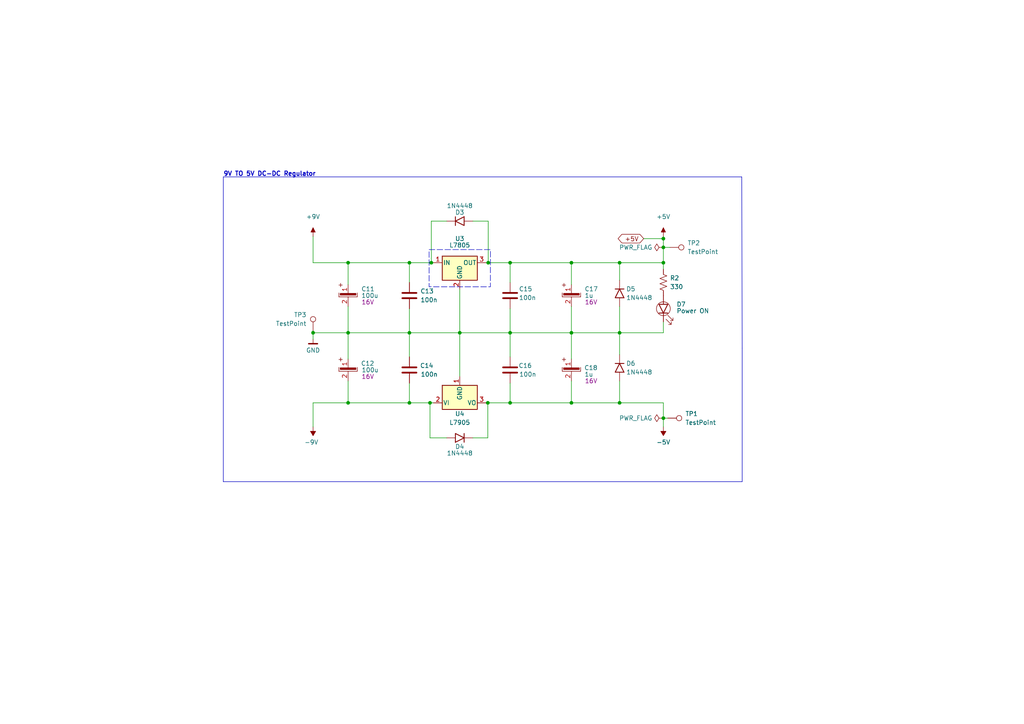
<source format=kicad_sch>
(kicad_sch (version 20230121) (generator eeschema)
  (paper "A4")
  (title_block (title "Uređaj za merenje efektivne vrednosti AC napona") (date "2024-01-19") (rev "2") (company "Srđan Milkić") (comment 4 "Bipolarno napajanje za 5V"))
  (lib_symbols
    (symbol "Cap_pol_1"
      (property "Reference" "C" (at 1.27 5.715 0))
      (property "Value" "Cap_pol_1" (at 4.445 3.81 0))
      (symbol "Cap_pol_1_0_1"
        (polyline (pts (xy -2.667 -0.381) (xy -2.667 0.762)))
        (polyline (pts (xy -2.667 3.048) (xy -1.651 3.048)))
        (polyline (pts (xy -2.159 3.556) (xy -2.159 2.54)))
        (polyline (pts (xy 0 -0.381) (xy -2.667 -0.381)))
        (polyline (pts (xy 0 -0.381) (xy 2.667 -0.381)))
        (polyline (pts (xy 2.667 -0.381) (xy 2.667 0.762)))
        (rectangle (start 2.286 0.635) (end -2.286 0.127) (fill (type outline)))
      )
      (symbol "Cap_pol_1_1_1"
        (pin input line (at 0 3.175 270) (length 2.794) (name "~") (number "1"))
        (pin input line (at 0 -3.175 90) (length 2.794) (name "~") (number "2"))
      )
    )
    (symbol "Cap_pol_2"
      (property "Reference" "C" (at 1.27 5.715 0))
      (property "Value" "Cap_pol_2" (at 4.445 3.81 0))
      (symbol "Cap_pol_2_0_1"
        (polyline (pts (xy -2.667 -0.381) (xy -2.667 0.762)))
        (polyline (pts (xy -2.667 3.048) (xy -1.651 3.048)))
        (polyline (pts (xy -2.159 3.556) (xy -2.159 2.54)))
        (polyline (pts (xy 0 -0.381) (xy -2.667 -0.381)))
        (polyline (pts (xy 0 -0.381) (xy 2.667 -0.381)))
        (polyline (pts (xy 2.667 -0.381) (xy 2.667 0.762)))
        (rectangle (start 2.286 0.635) (end -2.286 0.127) (fill (type outline)))
      )
      (symbol "Cap_pol_2_1_1"
        (pin input line (at 0 3.175 270) (length 2.794) (name "~") (number "1"))
        (pin input line (at 0 -3.175 90) (length 2.794) (name "~") (number "2"))
      )
    )
    (symbol "Connector:TestPoint" (pin_numbers hide) (pin_names (offset 0.762) hide)
      (property "Reference" "TP" (at 0 6.858 0))
      (property "Value" "TestPoint" (at 0 5.08 0))
      (symbol "TestPoint_0_1"
        (circle (center 0 3.302) (radius 0.762))
      )
      (symbol "TestPoint_1_1"
        (pin passive line (at 0 0 90) (length 2.54) (name "1") (number "1"))
      )
    )
    (symbol "Device:C" (pin_numbers hide) (pin_names (offset 0.254))
      (property "Reference" "C" (at 0.635 2.54 0))
      (property "Value" "C" (at 0.635 -2.54 0))
      (symbol "C_0_1"
        (polyline (pts (xy -2.032 -0.762) (xy 2.032 -0.762)) (stroke (width 0.508)))
        (polyline (pts (xy -2.032 0.762) (xy 2.032 0.762)) (stroke (width 0.508)))
      )
      (symbol "C_1_1"
        (pin passive line (at 0 3.81 270) (length 2.794) (name "~") (number "1"))
        (pin passive line (at 0 -3.81 90) (length 2.794) (name "~") (number "2"))
      )
    )
    (symbol "Device:LED" (pin_numbers hide) (pin_names (offset 1.016) hide)
      (property "Reference" "D4" (at 1.27 5.715 0))
      (property "Value" "Green" (at 2.54 3.81 0))
      (symbol "LED_0_1"
        (polyline (pts (xy -1.27 -1.27) (xy -1.27 1.27)) (stroke (width 0.254)))
        (polyline (pts (xy 1.27 -1.27) (xy 1.27 1.27) (xy -1.27 0) (xy 1.27 -1.27)) (stroke (width 0.254)))
        (polyline (pts (xy -3.048 -0.762) (xy -4.572 -2.286) (xy -3.81 -2.286) (xy -4.572 -2.286) (xy -4.572 -1.524)))
        (polyline (pts (xy -1.905 -1.27) (xy -3.429 -2.794) (xy -2.667 -2.794) (xy -3.429 -2.794) (xy -3.429 -2.032)))
        (circle (center 0 0) (radius 2.008))
      )
      (symbol "LED_1_1"
        (pin passive line (at -3.81 0 0) (length 2.54) (name "K") (number "1"))
        (pin passive line (at 3.81 0 180) (length 2.54) (name "A") (number "2"))
      )
    )
    (symbol "Device:R_US" (pin_numbers hide) (pin_names (offset 0))
      (property "Reference" "R" (at 2.54 0 90))
      (property "Value" "R_US" (at -2.54 0 90))
      (symbol "R_US_0_1"
        (polyline (pts (xy 0 -2.286) (xy 0 -2.54)))
        (polyline (pts (xy 0 2.286) (xy 0 2.54)))
        (polyline (pts (xy 0 -0.762) (xy 1.016 -1.143) (xy 0 -1.524) (xy -1.016 -1.905) (xy 0 -2.286)))
        (polyline (pts (xy 0 0.762) (xy 1.016 0.381) (xy 0 0) (xy -1.016 -0.381) (xy 0 -0.762)))
        (polyline (pts (xy 0 2.286) (xy 1.016 1.905) (xy 0 1.524) (xy -1.016 1.143) (xy 0 0.762)))
      )
      (symbol "R_US_1_1"
        (pin passive line (at 0 3.81 270) (length 1.27) (name "~") (number "1"))
        (pin passive line (at 0 -3.81 90) (length 1.27) (name "~") (number "2"))
      )
    )
    (symbol "Diode:1N4448" (pin_numbers hide) (pin_names hide)
      (property "Reference" "D3" (at 0 6.985 0))
      (property "Value" "1N4448" (at 0 4.445 0))
      (symbol "1N4448_0_1"
        (polyline (pts (xy -1.27 1.27) (xy -1.27 -1.27)) (stroke (width 0.254)))
        (polyline (pts (xy 1.27 1.27) (xy 1.27 -1.27) (xy -1.27 0) (xy 1.27 1.27)) (stroke (width 0.254)))
      )
      (symbol "1N4448_1_1"
        (pin passive line (at -3.81 0 0) (length 2.54) (name "K") (number "1"))
        (pin passive line (at 3.81 0 180) (length 2.54) (name "A") (number "2"))
      )
    )
    (symbol "PRIUMS_STANDARD:Cap_pol"
      (property "Reference" "C" (at 1.27 5.715 0))
      (property "Value" "Cap_pol" (at 4.445 3.81 0))
      (symbol "Cap_pol_0_1"
        (polyline (pts (xy -2.667 -0.381) (xy -2.667 0.762)))
        (polyline (pts (xy -2.667 3.048) (xy -1.651 3.048)))
        (polyline (pts (xy -2.159 3.556) (xy -2.159 2.54)))
        (polyline (pts (xy 0 -0.381) (xy -2.667 -0.381)))
        (polyline (pts (xy 0 -0.381) (xy 2.667 -0.381)))
        (polyline (pts (xy 2.667 -0.381) (xy 2.667 0.762)))
        (rectangle (start 2.286 0.635) (end -2.286 0.127) (fill (type outline)))
      )
      (symbol "Cap_pol_1_1"
        (pin input line (at 0 3.175 270) (length 2.794) (name "~") (number "1"))
        (pin input line (at 0 -3.175 90) (length 2.794) (name "~") (number "2"))
      )
    )
    (symbol "Regulator_Linear:L7805" (pin_names (offset 0.254))
      (property "Reference" "U" (at -3.81 3.175 0))
      (property "Value" "L7805" (at 0 3.175 0))
      (symbol "L7805_0_1"
        (rectangle (start -5.08 1.905) (end 5.08 -5.08) (stroke (width 0.254)) (fill (type background)))
      )
      (symbol "L7805_1_1"
        (pin power_in line (at -7.62 0 0) (length 2.54) (name "IN") (number "1"))
        (pin power_in line (at 0 -7.62 90) (length 2.54) (name "GND") (number "2"))
        (pin power_out line (at 7.62 0 180) (length 2.54) (name "OUT") (number "3"))
      )
    )
    (symbol "Regulator_Linear:L7905" (pin_names (offset 0.254))
      (property "Reference" "U" (at -3.81 -3.175 0))
      (property "Value" "L7905" (at 0 -3.175 0))
      (symbol "L7905_0_1"
        (rectangle (start -5.08 5.08) (end 5.08 -1.905) (stroke (width 0.254)) (fill (type background)))
      )
      (symbol "L7905_1_1"
        (pin power_in line (at 0 7.62 270) (length 2.54) (name "GND") (number "1"))
        (pin power_in line (at -7.62 0 0) (length 2.54) (name "VI") (number "2"))
        (pin power_out line (at 7.62 0 180) (length 2.54) (name "VO") (number "3"))
      )
    )
    (symbol "power:+5V" (power) (pin_names (offset 0))
      (property "Value" "+5V" (at 0 5.715 0))
      (symbol "+5V_0_1"
        (polyline (pts (xy 0 0) (xy 0 2.54)))
        (polyline (pts (xy 0 1.27) (xy 0.635 1.27) (xy 0 2.54) (xy -0.635 1.27) (xy 0 1.27)) (fill (type outline)))
      )
      (symbol "+5V_1_1"
        (pin power_in line (at 0 0 90) (length 0) hide (name "+5V") (number "1"))
      )
    )
    (symbol "power:+9V" (power) (pin_names (offset 0))
      (property "Value" "+9V" (at 0 5.715 0))
      (symbol "+9V_0_1"
        (polyline (pts (xy 0 0) (xy 0 2.54)))
        (polyline (pts (xy 0.635 1.27) (xy -0.635 1.27) (xy 0 2.54) (xy 0.635 1.27)) (fill (type outline)))
      )
      (symbol "+9V_1_1"
        (pin power_in line (at 0 0 90) (length 0) hide (name "+9V") (number "1"))
      )
    )
    (symbol "power:-5V" (power) (pin_names (offset 0))
      (property "Value" "-5V" (at 0 3.81 0))
      (symbol "-5V_0_0"
        (pin power_in line (at 0 0 90) (length 0) hide (name "-5V") (number "1"))
      )
      (symbol "-5V_0_1"
        (polyline (pts (xy 0 0) (xy 0 1.27) (xy 0.762 1.27) (xy 0 2.54) (xy -0.762 1.27) (xy 0 1.27)) (fill (type outline)))
      )
    )
    (symbol "power:-9V" (power) (pin_names (offset 0))
      (property "Value" "-9V" (at 0 3.81 0))
      (symbol "-9V_0_1"
        (polyline (pts (xy 0 0) (xy 0 2.54)))
        (polyline (pts (xy 0.762 1.27) (xy -0.762 1.27) (xy 0 2.54) (xy 0.762 1.27)) (fill (type outline)))
      )
      (symbol "-9V_1_1"
        (pin power_in line (at 0 0 90) (length 0) hide (name "-9V") (number "1"))
      )
    )
    (symbol "power:PWR_FLAG" (power) (pin_numbers hide) (pin_names (offset 0) hide)
      (property "Value" "PWR_FLAG" (at 0 3.81 0))
      (symbol "PWR_FLAG_0_0"
        (pin power_out line (at 0 0 90) (length 0) (name "pwr") (number "1"))
      )
      (symbol "PWR_FLAG_0_1"
        (polyline (pts (xy 0 0) (xy 0 1.27) (xy -1.016 1.905) (xy 0 2.54) (xy 1.016 1.905) (xy 0 1.27)))
      )
    )
    (symbol "priums:GND"
      (property "Value" "GND" (at 0 -2.794 0))
      (symbol "GND_0_1"
        (polyline (pts (xy -1.27 -1.27) (xy 1.27 -1.27)) (stroke (width 0.4)))
        (polyline (pts (xy 0 -1.27) (xy 0 0)))
      )
      (symbol "GND_1_1"
        (pin power_in line (at 0 0 270) (length 0) hide (name "GND") (number "1"))
      )
    )
  )
  (junction (at 100.965 76.2))
  (junction (at 141.605 76.2))
  (junction (at 118.745 76.2))
  (junction (at 165.735 76.2))
  (junction (at 179.705 96.52))
  (junction (at 192.405 76.2))
  (junction (at 147.955 76.2))
  (junction (at 90.805 96.52))
  (junction (at 125.095 76.2))
  (junction (at 179.705 116.84))
  (junction (at 179.705 76.2))
  (junction (at 124.7181 116.84))
  (junction (at 100.965 96.52))
  (junction (at 118.745 116.84))
  (junction (at 192.405 121.285))
  (junction (at 192.405 71.755))
  (junction (at 165.735 96.52))
  (junction (at 118.745 96.52))
  (junction (at 100.965 116.84))
  (junction (at 147.955 96.52))
  (junction (at 141.4847 116.84))
  (junction (at 192.405 69.215))
  (junction (at 165.735 116.84))
  (junction (at 147.955 116.84))
  (junction (at 133.35 96.52))
  (wire (pts (xy 179.705 116.84) (xy 192.405 116.84)))
  (wire (pts (xy 179.705 110.49) (xy 179.705 116.84)))
  (polyline (pts (xy 64.77 139.7) (xy 64.77 51.308)) (stroke (width 0) (type solid)))
  (polyline (pts (xy 215.138 51.308) (xy 215.265 100.965)) (stroke (width 0) (type solid)))
  (wire (pts (xy 147.955 76.2) (xy 147.955 81.915)))
  (wire (pts (xy 90.805 76.2) (xy 100.965 76.2)))
  (wire (pts (xy 118.745 96.52) (xy 133.35 96.52)))
  (wire (pts (xy 118.745 116.84) (xy 118.745 111.125)))
  (wire (pts (xy 165.735 96.52) (xy 147.955 96.52)))
  (wire (pts (xy 90.805 68.58) (xy 90.805 76.2)))
  (wire (pts (xy 137.16 64.135) (xy 141.605 64.135)))
  (wire (pts (xy 118.745 96.52) (xy 100.965 96.52)))
  (wire (pts (xy 179.705 96.52) (xy 165.735 96.52)))
  (wire (pts (xy 133.35 83.82) (xy 133.35 96.52)))
  (wire (pts (xy 90.805 96.52) (xy 90.805 98.425)))
  (wire (pts (xy 129.54 127) (xy 124.7181 127)))
  (wire (pts (xy 186.69 69.215) (xy 192.405 69.215)))
  (wire (pts (xy 165.735 116.84) (xy 179.705 116.84)))
  (wire (pts (xy 147.955 76.2) (xy 165.735 76.2)))
  (wire (pts (xy 141.4847 127) (xy 141.4847 116.84)))
  (wire (pts (xy 179.705 88.9) (xy 179.705 96.52)))
  (wire (pts (xy 133.35 109.22) (xy 133.35 96.52)))
  (wire (pts (xy 165.735 110.49) (xy 165.735 116.84)))
  (wire (pts (xy 129.54 64.135) (xy 125.095 64.135)))
  (wire (pts (xy 192.405 71.755) (xy 192.405 76.2)))
  (wire (pts (xy 124.7181 116.84) (xy 118.745 116.84)))
  (wire (pts (xy 192.405 121.285) (xy 193.675 121.285)))
  (wire (pts (xy 192.405 76.2) (xy 192.405 78.105)))
  (wire (pts (xy 192.405 93.345) (xy 192.405 96.52)))
  (wire (pts (xy 179.705 96.52) (xy 179.705 102.87)))
  (wire (pts (xy 100.965 104.14) (xy 100.965 96.52)))
  (wire (pts (xy 147.955 96.52) (xy 147.955 89.535)))
  (wire (pts (xy 141.605 76.2) (xy 147.955 76.2)))
  (wire (pts (xy 165.735 104.14) (xy 165.735 96.52)))
  (wire (pts (xy 179.705 76.2) (xy 192.405 76.2)))
  (wire (pts (xy 147.955 116.84) (xy 147.955 111.125)))
  (wire (pts (xy 118.745 103.505) (xy 118.745 96.52)))
  (wire (pts (xy 118.745 89.535) (xy 118.745 96.52)))
  (wire (pts (xy 100.965 110.49) (xy 100.965 116.84)))
  (wire (pts (xy 125.095 76.2) (xy 125.73 76.2)))
  (polyline (pts (xy 64.77 51.308) (xy 215.138 51.308)) (stroke (width 0) (type solid)))
  (wire (pts (xy 192.405 69.215) (xy 192.405 71.755)))
  (wire (pts (xy 137.16 127) (xy 141.4847 127)))
  (polyline (pts (xy 215.265 139.7) (xy 64.77 139.7)) (stroke (width 0) (type solid)))
  (wire (pts (xy 124.7181 127) (xy 124.7181 116.84)))
  (wire (pts (xy 165.735 88.9) (xy 165.735 96.52)))
  (wire (pts (xy 140.97 116.84) (xy 141.4847 116.84)))
  (wire (pts (xy 133.35 96.52) (xy 147.955 96.52)))
  (wire (pts (xy 192.405 68.58) (xy 192.405 69.215)))
  (wire (pts (xy 192.405 71.755) (xy 194.31 71.755)))
  (wire (pts (xy 179.705 76.2) (xy 179.705 81.28)))
  (wire (pts (xy 147.955 96.52) (xy 147.955 103.505)))
  (wire (pts (xy 118.745 76.2) (xy 125.095 76.2)))
  (wire (pts (xy 192.405 96.52) (xy 179.705 96.52)))
  (wire (pts (xy 100.965 88.9) (xy 100.965 96.52)))
  (wire (pts (xy 165.735 76.2) (xy 165.735 82.55)))
  (wire (pts (xy 141.605 64.135) (xy 141.605 76.2)))
  (wire (pts (xy 165.735 76.2) (xy 179.705 76.2)))
  (wire (pts (xy 141.605 76.2) (xy 140.97 76.2)))
  (wire (pts (xy 118.745 76.2) (xy 118.745 81.915)))
  (wire (pts (xy 90.805 95.885) (xy 90.805 96.52)))
  (wire (pts (xy 100.965 96.52) (xy 90.805 96.52)))
  (wire (pts (xy 192.405 123.825) (xy 192.405 121.285)))
  (wire (pts (xy 125.095 64.135) (xy 125.095 76.2)))
  (wire (pts (xy 90.805 116.84) (xy 100.965 116.84)))
  (wire (pts (xy 147.955 116.84) (xy 165.735 116.84)))
  (wire (pts (xy 100.965 76.2) (xy 100.965 82.55)))
  (wire (pts (xy 100.965 116.84) (xy 118.745 116.84)))
  (wire (pts (xy 100.965 76.2) (xy 118.745 76.2)))
  (wire (pts (xy 90.805 116.84) (xy 90.805 123.825)))
  (wire (pts (xy 141.4847 116.84) (xy 147.955 116.84)))
  (polyline (pts (xy 215.265 139.7) (xy 215.265 100.965)) (stroke (width 0) (type solid)))
  (wire (pts (xy 192.405 121.285) (xy 192.405 116.84)))
  (wire (pts (xy 124.7181 116.84) (xy 125.73 116.84)))
  (rectangle (start 124.46 72.39) (end 142.24 83.185) (stroke (width 0) (type dash)))
  (text "9V TO 5V DC-DC Regulator\n" (at 64.77 51.308 0) (effects (font (size 1.27 1.27) (thickness 0.254) bold) (justify left bottom)))
  (global_label "+5V" (shape bidirectional) (at 186.69 69.215 180) (property "Intersheetrefs" "${INTERSHEET_REFS}" (effects hide)))
  (symbol (lib_id "Device:LED") (at 192.405 89.535 90) (unit 1)
    (property "Reference" "D7" (at 196.215 88.265 90) (effects (justify right)))
    (property "Value" "Power ON" (at 196.215 90.17 90) (effects (justify right)))
    (property "Footprint" "LED_THT:LED_D5.0mm_Horizontal_O6.35mm_Z15.0mm" (effects hide))
  )
  (symbol (lib_id "Device:C") (at 118.745 107.315 0) (mirror x) (unit 1)
    (property "Reference" "C14" (at 125.73 106.045 0) (effects (justify right)))
    (property "Value" "100n" (at 127 108.585 0) (effects (justify right)))
    (property "Footprint" "Capacitor_SMD:C_0603_1608Metric" (effects hide))
  )
  (symbol (lib_id "Device:C") (at 147.955 85.725 0) (unit 1)
    (property "Reference" "C15" (at 150.495 83.82 0) (effects (justify left)))
    (property "Value" "100n" (at 150.495 86.36 0) (effects (justify left)))
    (property "Footprint" "Capacitor_SMD:C_0603_1608Metric" (effects hide))
  )
  (symbol (lib_name "Cap_pol_2") (lib_id "PRIUMS_STANDARD:Cap_pol") (at 165.735 85.725 0) (unit 1)
    (property "Reference" "C17" (at 169.545 83.82 0) (effects (justify left)))
    (property "Value" "1u" (at 169.545 85.725 0) (effects (justify left)))
    (property "Footprint" "Capacitor_SMD:C_0805_2012Metric" (effects hide))
    (property "Rated Voltage" "16V" (at 171.45 87.63 0))
  )
  (symbol (lib_id "power:PWR_FLAG") (at 192.405 121.285 90) (mirror x) (unit 1)
    (property "Reference" "#FLG02" (effects hide))
    (property "Value" "PWR_FLAG" (at 189.23 121.2851 90) (effects (justify left)))
  )
  (symbol (lib_id "power:PWR_FLAG") (at 192.405 71.755 90) (unit 1)
    (property "Reference" "#FLG01" (effects hide))
    (property "Value" "PWR_FLAG" (at 189.23 71.7549 90) (effects (justify left)))
  )
  (symbol (lib_id "Regulator_Linear:L7905") (at 133.35 116.84 0) (unit 1)
    (property "Reference" "U4" (at 133.35 120.015 0))
    (property "Value" "L7905" (at 133.35 122.555 0))
    (property "Footprint" "Package_TO_SOT_THT:TO-220-3_Vertical" (effects hide))
    (property "Datasheet" "http://www.st.com/content/ccc/resource/technical/document/datasheet/c9/16/86/41/c7/2b/45/f2/CD00000450.pdf/files/CD00000450.pdf/jcr:content/translations/en.CD00000450.pdf" (effects hide))
  )
  (symbol (lib_id "PRIUMS_STANDARD:Cap_pol") (at 100.965 107.315 0) (unit 1)
    (property "Reference" "C12" (at 108.585 105.41 0) (effects (justify right)))
    (property "Value" "100u" (at 109.855 107.315 0) (effects (justify right)))
    (property "Footprint" "Capacitor_SMD:C_0603_1608Metric" (effects hide))
    (property "Rated Voltage" "16V" (at 106.68 109.22 0))
  )
  (symbol (lib_id "Connector:TestPoint") (at 90.805 95.885 0) (mirror y) (unit 1)
    (property "Reference" "TP3" (at 88.9 91.313 0) (effects (justify left)))
    (property "Value" "TestPoint" (at 88.9 93.853 0) (effects (justify left)))
    (property "Footprint" "TestPoint:TestPoint_Loop_D2.60mm_Drill0.9mm_Beaded" (effects hide))
  )
  (symbol (lib_id "Device:R_US") (at 192.405 81.915 0) (unit 1)
    (property "Reference" "R2" (at 194.31 80.6449 0) (effects (justify left)))
    (property "Value" "330" (at 194.31 83.1849 0) (effects (justify left)))
    (property "Footprint" "Resistor_SMD:R_1206_3216Metric" (effects hide))
  )
  (symbol (lib_id "Connector:TestPoint") (at 193.675 121.285 270) (unit 1)
    (property "Reference" "TP1" (at 198.755 120.015 90) (effects (justify left)))
    (property "Value" "TestPoint" (at 198.755 122.555 90) (effects (justify left)))
    (property "Footprint" "TestPoint:TestPoint_Loop_D2.60mm_Drill0.9mm_Beaded" (effects hide))
  )
  (symbol (lib_id "priums:GND") (at 90.805 98.425 0) (unit 1)
    (property "Reference" "#PWR13" (effects hide))
    (property "Value" "GND" (at 90.805 101.6 0))
  )
  (symbol (lib_id "Device:C") (at 118.745 85.725 0) (unit 1)
    (property "Reference" "C13" (at 121.92 84.455 0) (effects (justify left)))
    (property "Value" "100n" (at 121.92 86.995 0) (effects (justify left)))
    (property "Footprint" "Capacitor_SMD:C_0603_1608Metric" (effects hide))
  )
  (symbol (lib_id "power:+9V") (at 90.805 68.58 0) (unit 1)
    (property "Reference" "#PWR012" (effects hide))
    (property "Value" "+9V" (at 90.805 62.865 0))
  )
  (symbol (lib_id "power:-5V") (at 192.405 123.825 180) (unit 1)
    (property "Reference" "#PWR016" (effects hide))
    (property "Value" "-5V" (at 192.405 128.27 0))
  )
  (symbol (lib_id "Diode:1N4448") (at 179.705 85.09 270) (unit 1)
    (property "Reference" "D5" (at 181.61 83.82 90) (effects (justify left)))
    (property "Value" "1N4448" (at 181.61 86.36 90) (effects (justify left)))
    (property "Footprint" "Diode_THT:D_DO-35_SOD27_P7.62mm_Horizontal" (effects hide))
    (property "Datasheet" "https://assets.nexperia.com/documents/data-sheet/1N4148_1N4448.pdf" (effects hide))
  )
  (symbol (lib_id "Connector:TestPoint") (at 194.31 71.755 270) (unit 1)
    (property "Reference" "TP2" (at 199.39 70.485 90) (effects (justify left)))
    (property "Value" "TestPoint" (at 199.39 73.025 90) (effects (justify left)))
    (property "Footprint" "TestPoint:TestPoint_Loop_D2.60mm_Drill0.9mm_Beaded" (effects hide))
  )
  (symbol (lib_id "Diode:1N4448") (at 133.35 64.135 0) (unit 1)
    (property "Reference" "D3" (at 133.35 61.595 0))
    (property "Value" "1N4448" (at 133.35 59.69 0))
    (property "Footprint" "Diode_THT:D_DO-35_SOD27_P7.62mm_Horizontal" (effects hide))
    (property "Datasheet" "https://assets.nexperia.com/documents/data-sheet/1N4148_1N4448.pdf" (effects hide))
  )
  (symbol (lib_id "power:-9V") (at 90.805 123.825 180) (unit 1)
    (property "Reference" "#PWR014" (effects hide))
    (property "Value" "-9V" (at 88.265 128.27 0) (effects (justify right)))
  )
  (symbol (lib_id "Regulator_Linear:L7805") (at 133.35 76.2 0) (unit 1)
    (property "Reference" "U3" (at 133.35 69.215 0))
    (property "Value" "L7805" (at 133.35 71.12 0))
    (property "Footprint" "Package_TO_SOT_THT:TO-220-3_Vertical" (effects hide))
    (property "Datasheet" "http://www.st.com/content/ccc/resource/technical/document/datasheet/41/4f/b3/b0/12/d4/47/88/CD00000444.pdf/files/CD00000444.pdf/jcr:content/translations/en.CD00000444.pdf" (effects hide))
  )
  (symbol (lib_id "PRIUMS_STANDARD:Cap_pol") (at 100.965 85.725 0) (unit 1)
    (property "Reference" "C11" (at 104.775 83.82 0) (effects (justify left)))
    (property "Value" "100u" (at 104.775 85.725 0) (effects (justify left)))
    (property "Footprint" "Capacitor_SMD:C_0603_1608Metric" (effects hide))
    (property "Rated Voltage" "16V" (at 106.68 87.63 0))
  )
  (symbol (lib_id "power:+5V") (at 192.405 68.58 0) (unit 1)
    (property "Reference" "#PWR015" (effects hide))
    (property "Value" "+5V" (at 192.405 62.865 0))
  )
  (symbol (lib_id "Diode:1N4448") (at 133.35 127 180) (unit 1)
    (property "Reference" "D4" (at 133.35 129.54 0))
    (property "Value" "1N4448" (at 133.35 131.445 0))
    (property "Footprint" "Diode_THT:D_DO-35_SOD27_P7.62mm_Horizontal" (effects hide))
    (property "Datasheet" "https://assets.nexperia.com/documents/data-sheet/1N4148_1N4448.pdf" (effects hide))
  )
  (symbol (lib_id "Device:C") (at 147.955 107.315 0) (mirror x) (unit 1)
    (property "Reference" "C16" (at 154.305 106.045 0) (effects (justify right)))
    (property "Value" "100n" (at 155.575 108.585 0) (effects (justify right)))
    (property "Footprint" "Capacitor_SMD:C_0603_1608Metric" (effects hide))
  )
  (symbol (lib_id "Diode:1N4448") (at 179.705 106.68 270) (unit 1)
    (property "Reference" "D6" (at 181.61 105.41 90) (effects (justify left)))
    (property "Value" "1N4448" (at 181.61 107.95 90) (effects (justify left)))
    (property "Footprint" "Diode_THT:D_DO-35_SOD27_P7.62mm_Horizontal" (effects hide))
    (property "Datasheet" "https://assets.nexperia.com/documents/data-sheet/1N4148_1N4448.pdf" (effects hide))
  )
  (symbol (lib_name "Cap_pol_1") (lib_id "PRIUMS_STANDARD:Cap_pol") (at 165.735 107.315 0) (unit 1)
    (property "Reference" "C18" (at 173.355 106.68 0) (effects (justify right)))
    (property "Value" "1u" (at 172.085 108.585 0) (effects (justify right)))
    (property "Footprint" "Capacitor_SMD:C_0805_2012Metric" (effects hide))
    (property "Rated Voltage" "16V" (at 171.45 110.49 0))
  )
)
</source>
